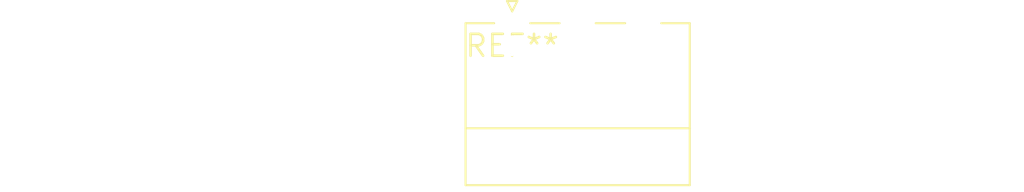
<source format=kicad_pcb>
(kicad_pcb (version 20240108) (generator pcbnew)
  (layers (0 "F.Cu" signal) (31 "B.Cu" signal) (34 "B.Paste" user) (35 "F.Paste" user) (36 "B.SilkS" user "B.Silkscreen") (37 "F.SilkS" user "F.Silkscreen") (38 "B.Mask" user) (39 "F.Mask" user) (44 "Edge.Cuts" user))
  (net 0 "")
  (footprint "PhoenixContact_MC_1,5_3-G-3.81_1x03_P3.81mm_Horizontal" (layer "F.Cu") (at 0 0)
    (property "Reference" "REF**")
    (property "Value" "PhoenixContact_MC_1,5_3-G-3.81_1x03_P3.81mm_Horizontal")
    (fp_line (start -2.71 -1.31) (end -2.71 8.11) (layer "F.SilkS") (stroke (width 0.12)))
    (fp_line (start -2.71 -1.31) (end -1.05 -1.31) (layer "F.SilkS") (stroke (width 0.12)))
    (fp_line (start -2.71 4.8) (end 10.33 4.8) (layer "F.SilkS") (stroke (width 0.12)))
    (fp_line (start -2.71 8.11) (end 10.33 8.11) (layer "F.SilkS") (stroke (width 0.12)))
    (fp_line (start -0.3 -2.6) (end 0.3 -2.6) (layer "F.SilkS") (stroke (width 0.12)))
    (fp_line (start 0 -2) (end -0.3 -2.6) (layer "F.SilkS") (stroke (width 0.12)))
    (fp_line (start 0.3 -2.6) (end 0 -2) (layer "F.SilkS") (stroke (width 0.12)))
    (fp_line (start 1.05 -1.31) (end 2.76 -1.31) (layer "F.SilkS") (stroke (width 0.12)))
    (fp_line (start 4.86 -1.31) (end 6.57 -1.31) (layer "F.SilkS") (stroke (width 0.12)))
    (fp_line (start 10.33 -1.31) (end 8.67 -1.31) (layer "F.SilkS") (stroke (width 0.12)))
    (fp_line (start 10.33 8.11) (end 10.33 -1.31) (layer "F.SilkS") (stroke (width 0.12)))
    (pad "1" thru_hole roundrect (at 0 0) (size 1.8 3.6) (drill 1.2) (layers *.Cu *.Mask) (remove_unused_layers) (roundrect_rratio 0.138889))
    (pad "2" thru_hole oval (at 3.81 0) (size 1.8 3.6) (drill 1.2) (layers *.Cu *.Mask) (remove_unused_layers))
    (pad "3" thru_hole oval (at 7.62 0) (size 1.8 3.6) (drill 1.2) (layers *.Cu *.Mask) (remove_unused_layers))
  )
)
</source>
